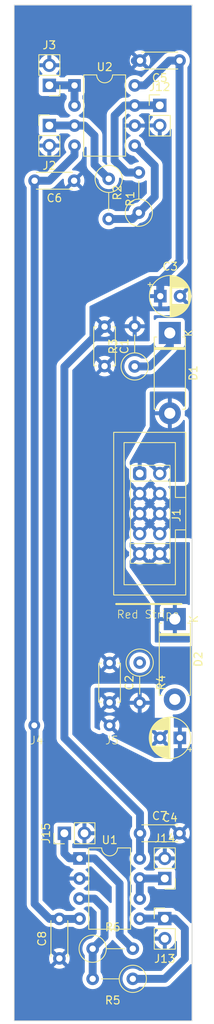
<source format=kicad_pcb>
(kicad_pcb (version 20221018) (generator pcbnew)
  (layers (0 "F.Cu" signal) (31 "B.Cu" signal) (34 "B.Paste" user) (35 "F.Paste" user) (36 "B.SilkS" user "B.Silkscreen") (37 "F.SilkS" user "F.Silkscreen") (38 "B.Mask" user) (39 "F.Mask" user) (44 "Edge.Cuts" user))
  (net 0 "")
  (net 1 "+12V")
  (net 2 "GND")
  (net 3 "-12V")
  (net 4 "Net-(D1-K)")
  (net 5 "+12_U")
  (net 6 "-12_U")
  (net 7 "Net-(D2-A)")
  (net 8 "OUT A")
  (net 9 "IN A")
  (net 10 "INV_OUT A")
  (net 11 "OUT B")
  (net 12 "INV_OUT B")
  (net 13 "IN B")
  (net 14 "Net-(U2B-+)")
  (net 15 "Net-(U1A-+)")
  (footprint "Package_DIP:DIP-8_W7.62mm" (layer "F.Cu") (at 33.03 29.22)
    (fp_text reference "U2" (at 3.81 -2.33) (layer "F.SilkS"))
    (fp_text value "TL072")
    (pad "1" thru_hole rect (at 0 0) (size 1.6 1.6) (drill 0.8) (layers "*.Cu" "*.Mask") (net 8 "OUT A"))
    (pad "2" thru_hole oval (at 0 2.54) (size 1.6 1.6) (drill 0.8) (layers "*.Cu" "*.Mask") (net 8 "OUT A"))
    (pad "3" thru_hole oval (at 0 5.08) (size 1.6 1.6) (drill 0.8) (layers "*.Cu" "*.Mask") (net 9 "IN A"))
    (pad "4" thru_hole oval (at 0 7.62) (size 1.6 1.6) (drill 0.8) (layers "*.Cu" "*.Mask") (net 3 "-12V"))
    (pad "5" thru_hole oval (at 7.62 7.62) (size 1.6 1.6) (drill 0.8) (layers "*.Cu" "*.Mask") (net 14 "Net-(U2B-+)"))
    (pad "6" thru_hole oval (at 7.62 5.08) (size 1.6 1.6) (drill 0.8) (layers "*.Cu" "*.Mask") (net 2 "GND"))
    (pad "7" thru_hole oval (at 7.62 2.54) (size 1.6 1.6) (drill 0.8) (layers "*.Cu" "*.Mask") (net 10 "INV_OUT A"))
    (pad "8" thru_hole oval (at 7.62 0) (size 1.6 1.6) (drill 0.8) (layers "*.Cu" "*.Mask") (net 1 "+12V"))
  )
  (footprint "Capacitor_THT:C_Disc_D4.3mm_W1.9mm_P5.00mm" (layer "F.Cu") (at 31.115 139.66 90)
    (fp_text reference "C8" (at 2.5 -2.2 90) (layer "F.SilkS"))
    (fp_text value "C")
    (pad "1" thru_hole circle (at 0 0 90) (size 1.6 1.6) (drill 0.8) (layers "*.Cu" "*.Mask") (net 2 "GND"))
    (pad "2" thru_hole circle (at 5 0 90) (size 1.6 1.6) (drill 0.8) (layers "*.Cu" "*.Mask") (net 3 "-12V"))
  )
  (footprint "My_Library:Eurorack Power (IDC p=2.54)_Stripe_copy" (layer "F.Cu") (at 42.115 78.315)
    (fp_text reference "J1" (at 3.81 5.28 90) (layer "F.SilkS"))
    (fp_text value "Eurorack Connector")
    (fp_text user "Red Stripe" (at -3.81 18.415 unlocked) (layer "F.SilkS") (effects (font (thickness 0.1)) (justify left bottom)))
    (pad "1" thru_hole roundrect (at -0.84 0 180) (size 1.7 1.7) (drill 1) (layers "*.Cu" "*.Mask") (net 5 "+12_U"))
    (pad "2" thru_hole circle (at 1.7 0 180) (size 1.7 1.7) (drill 1) (layers "*.Cu" "*.Mask") (net 5 "+12_U"))
    (pad "3" thru_hole circle (at -0.84 2.54 180) (size 1.7 1.7) (drill 1) (layers "*.Cu" "*.Mask") (net 2 "GND"))
    (pad "4" thru_hole circle (at 1.7 2.54 180) (size 1.7 1.7) (drill 1) (layers "*.Cu" "*.Mask") (net 2 "GND"))
    (pad "5" thru_hole circle (at -0.84 5.08 180) (size 1.7 1.7) (drill 1) (layers "*.Cu" "*.Mask") (net 2 "GND"))
    (pad "6" thru_hole circle (at 1.7 5.08 180) (size 1.7 1.7) (drill 1) (layers "*.Cu" "*.Mask") (net 2 "GND"))
    (pad "7" thru_hole circle (at -0.84 7.62 180) (size 1.7 1.7) (drill 1) (layers "*.Cu" "*.Mask") (net 2 "GND"))
    (pad "8" thru_hole circle (at 1.7 7.62 180) (size 1.7 1.7) (drill 1) (layers "*.Cu" "*.Mask") (net 2 "GND"))
    (pad "9" thru_hole circle (at -0.84 10.16 180) (size 1.7 1.7) (drill 1) (layers "*.Cu" "*.Mask") (net 6 "-12_U"))
    (pad "10" thru_hole circle (at 1.7 10.16 180) (size 1.7 1.7) (drill 1) (layers "*.Cu" "*.Mask") (net 6 "-12_U"))
  )
  (footprint "Capacitor_THT:CP_Radial_D5.0mm_P2.50mm" (layer "F.Cu") (at 43.879888 55.88)
    (fp_text reference "C3" (at 1.25 -3.75) (layer "F.SilkS"))
    (fp_text value "C_Polarized")
    (pad "1" thru_hole rect (at 0 0) (size 1.6 1.6) (drill 0.8) (layers "*.Cu" "*.Mask") (net 1 "+12V"))
    (pad "2" thru_hole circle (at 2.5 0) (size 1.6 1.6) (drill 0.8) (layers "*.Cu" "*.Mask") (net 2 "GND"))
  )
  (footprint "Capacitor_THT:CP_Radial_D5.0mm_P2.50mm" (layer "F.Cu") (at 46.355 111.76 180)
    (fp_text reference "C4" (at 1.25 -10.1) (layer "F.SilkS"))
    (fp_text value "C_Polarized")
    (pad "1" thru_hole rect (at 0 0 180) (size 1.6 1.6) (drill 0.8) (layers "*.Cu" "*.Mask") (net 2 "GND"))
    (pad "2" thru_hole circle (at 2.5 0 180) (size 1.6 1.6) (drill 0.8) (layers "*.Cu" "*.Mask") (net 3 "-12V"))
  )
  (footprint "Diode_THT:D_5W_P10.16mm_Horizontal" (layer "F.Cu") (at 45.72 96.73 -90)
    (fp_text reference "D2" (at 5.08 -2.97 -270) (layer "F.SilkS"))
    (fp_text value "D")
    (fp_text user "K" (at 0 -2.4 -270) (layer "F.SilkS"))
    (pad "1" thru_hole rect (at 0 0 270) (size 2.8 2.8) (drill 1.4) (layers "*.Cu" "*.Mask") (net 6 "-12_U"))
    (pad "2" thru_hole oval (at 10.16 0 270) (size 2.8 2.8) (drill 1.4) (layers "*.Cu" "*.Mask") (net 7 "Net-(D2-A)"))
  )
  (footprint "Capacitor_THT:C_Disc_D4.7mm_W2.5mm_P5.00mm" (layer "F.Cu") (at 37.465 102.275 -90)
    (fp_text reference "C2" (at 2.5 -2.5 90) (layer "F.SilkS"))
    (fp_text value "C")
    (pad "1" thru_hole circle (at 0 0 270) (size 1.6 1.6) (drill 0.8) (layers "*.Cu" "*.Mask") (net 2 "GND"))
    (pad "2" thru_hole circle (at 5 0 270) (size 1.6 1.6) (drill 0.8) (layers "*.Cu" "*.Mask") (net 3 "-12V"))
  )
  (footprint "Connector_PinHeader_2.54mm:PinHeader_1x02_P2.54mm_Vertical" (layer "F.Cu") (at 43.815 31.745)
    (fp_text reference "J12" (at 0 -2.33) (layer "F.SilkS"))
    (fp_text value "Conn_01x02_Pin")
    (pad "1" thru_hole rect (at 0 0) (size 1.7 1.7) (drill 1) (layers "*.Cu" "*.Mask") (net 10 "INV_OUT A"))
    (pad "2" thru_hole oval (at 0 2.54) (size 1.7 1.7) (drill 1) (layers "*.Cu" "*.Mask") (net 2 "GND"))
  )
  (footprint "Connector_PinHeader_2.54mm:PinHeader_1x02_P2.54mm_Vertical" (layer "F.Cu") (at 29.845 29.21 180)
    (fp_text reference "J3" (at 0 5.08) (layer "F.SilkS"))
    (fp_text value "Conn_01x02_Pin")
    (pad "1" thru_hole rect (at 0 0 180) (size 1.7 1.7) (drill 1) (layers "*.Cu" "*.Mask") (net 8 "OUT A"))
    (pad "2" thru_hole oval (at 0 2.54 180) (size 1.7 1.7) (drill 1) (layers "*.Cu" "*.Mask") (net 2 "GND"))
  )
  (footprint "Resistor_THT:R_Axial_DIN0309_L9.0mm_D3.2mm_P5.08mm_Vertical" (layer "F.Cu") (at 40.64 64.77 90)
    (fp_text reference "R3" (at 2.54 -2.72 90) (layer "F.SilkS"))
    (fp_text value "10R")
    (pad "1" thru_hole circle (at 0 0 90) (size 1.6 1.6) (drill 0.8) (layers "*.Cu" "*.Mask") (net 4 "Net-(D1-K)"))
    (pad "2" thru_hole oval (at 5.08 0 90) (size 1.6 1.6) (drill 0.8) (layers "*.Cu" "*.Mask") (net 1 "+12V"))
  )
  (footprint "Package_DIP:DIP-8_W7.62mm" (layer "F.Cu") (at 33.665 127.01)
    (fp_text reference "U1" (at 3.81 -2.33) (layer "F.SilkS"))
    (fp_text value "TL072")
    (pad "1" thru_hole rect (at 0 0) (size 1.6 1.6) (drill 0.8) (layers "*.Cu" "*.Mask") (net 12 "INV_OUT B"))
    (pad "2" thru_hole oval (at 0 2.54) (size 1.6 1.6) (drill 0.8) (layers "*.Cu" "*.Mask") (net 2 "GND"))
    (pad "3" thru_hole oval (at 0 5.08) (size 1.6 1.6) (drill 0.8) (layers "*.Cu" "*.Mask") (net 15 "Net-(U1A-+)"))
    (pad "4" thru_hole oval (at 0 7.62) (size 1.6 1.6) (drill 0.8) (layers "*.Cu" "*.Mask") (net 3 "-12V"))
    (pad "5" thru_hole oval (at 7.62 7.62) (size 1.6 1.6) (drill 0.8) (layers "*.Cu" "*.Mask") (net 13 "IN B"))
    (pad "6" thru_hole oval (at 7.62 5.08) (size 1.6 1.6) (drill 0.8) (layers "*.Cu" "*.Mask") (net 11 "OUT B"))
    (pad "7" thru_hole oval (at 7.62 2.54) (size 1.6 1.6) (drill 0.8) (layers "*.Cu" "*.Mask") (net 11 "OUT B"))
    (pad "8" thru_hole oval (at 7.62 0) (size 1.6 1.6) (drill 0.8) (layers "*.Cu" "*.Mask") (net 1 "+12V"))
  )
  (footprint "Diode_THT:D_5W_P10.16mm_Horizontal" (layer "F.Cu") (at 45.085 60.535 -90)
    (fp_text reference "D1" (at 5.08 -2.97 90) (layer "F.SilkS"))
    (fp_text value "D")
    (fp_text user "K" (at 0 -2.4 90) (layer "F.SilkS"))
    (pad "1" thru_hole rect (at 0 0 270) (size 2.8 2.8) (drill 1.4) (layers "*.Cu" "*.Mask") (net 4 "Net-(D1-K)"))
    (pad "2" thru_hole oval (at 10.16 0 270) (size 2.8 2.8) (drill 1.4) (layers "*.Cu" "*.Mask") (net 5 "+12_U"))
  )
  (footprint "Capacitor_THT:C_Disc_D4.3mm_W1.9mm_P5.00mm" (layer "F.Cu") (at 41.315 123.825)
    (fp_text reference "C7" (at 2.5 -2.2) (layer "F.SilkS"))
    (fp_text value "C")
    (pad "1" thru_hole circle (at 0 0) (size 1.6 1.6) (drill 0.8) (layers "*.Cu" "*.Mask") (net 1 "+12V"))
    (pad "2" thru_hole circle (at 5 0) (size 1.6 1.6) (drill 0.8) (layers "*.Cu" "*.Mask") (net 2 "GND"))
  )
  (footprint "Capacitor_THT:C_Disc_D4.7mm_W2.5mm_P5.00mm" (layer "F.Cu") (at 36.83 59.73 -90)
    (fp_text reference "C1" (at 2.5 -2.5 90) (layer "F.SilkS"))
    (fp_text value "C")
    (pad "1" thru_hole circle (at 0 0 270) (size 1.6 1.6) (drill 0.8) (layers "*.Cu" "*.Mask") (net 1 "+12V"))
    (pad "2" thru_hole circle (at 5 0 270) (size 1.6 1.6) (drill 0.8) (layers "*.Cu" "*.Mask") (net 2 "GND"))
  )
  (footprint "Connector_PinHeader_2.54mm:PinHeader_1x02_P2.54mm_Vertical" (layer "F.Cu") (at 31.745 123.825 90)
    (fp_text reference "J15" (at 0 -2.33 90) (layer "F.SilkS"))
    (fp_text value "Conn_01x02_Pin")
    (pad "1" thru_hole rect (at 0 0 90) (size 1.7 1.7) (drill 1) (layers "*.Cu" "*.Mask") (net 12 "INV_OUT B"))
    (pad "2" thru_hole oval (at 0 2.54 90) (size 1.7 1.7) (drill 1) (layers "*.Cu" "*.Mask") (net 2 "GND"))
  )
  (footprint "Capacitor_THT:C_Disc_D4.3mm_W1.9mm_P5.00mm" (layer "F.Cu") (at 32.98 41.275 180)
    (fp_text reference "C6" (at 2.5 -2.2) (layer "F.SilkS"))
    (fp_text value "C")
    (pad "1" thru_hole circle (at 0 0 180) (size 1.6 1.6) (drill 0.8) (layers "*.Cu" "*.Mask") (net 2 "GND"))
    (pad "2" thru_hole circle (at 5 0 180) (size 1.6 1.6) (drill 0.8) (layers "*.Cu" "*.Mask") (net 3 "-12V"))
  )
  (footprint "Resistor_THT:R_Axial_DIN0309_L9.0mm_D3.2mm_P5.08mm_Vertical" (layer "F.Cu") (at 37.355 41.04 -90)
    (fp_text reference "R1" (at 2.54 -2.72 90) (layer "F.SilkS"))
    (fp_text value "1k")
    (pad "1" thru_hole circle (at 0 0 270) (size 1.6 1.6) (drill 0.8) (layers "*.Cu" "*.Mask") (net 9 "IN A"))
    (pad "2" thru_hole oval (at 5.08 0 270) (size 1.6 1.6) (drill 0.8) (layers "*.Cu" "*.Mask") (net 14 "Net-(U2B-+)"))
  )
  (footprint "My_Library:Jumper Wire Hole" (layer "F.Cu") (at 28.24 112.575)
    (fp_text reference "J4" (at 0 -0.5 unlocked) (layer "F.SilkS") (effects (font (thickness 0.1))))
    (fp_text value "Jumper")
    (pad "1" thru_hole circle (at -0.3 -2.4) (size 1.5 1.5) (drill 0.75) (layers "*.Cu" "*.Mask") (net 3 "-12V"))
  )
  (footprint "Resistor_THT:R_Axial_DIN0309_L9.0mm_D3.2mm_P5.08mm_Vertical" (layer "F.Cu") (at 41.165 45.32 90)
    (fp_text reference "R2" (at 2.54 -2.72 90) (layer "F.SilkS"))
    (fp_text value "1k")
    (pad "1" thru_hole circle (at 0 0 90) (size 1.6 1.6) (drill 0.8) (layers "*.Cu" "*.Mask") (net 14 "Net-(U2B-+)"))
    (pad "2" thru_hole oval (at 5.08 0 90) (size 1.6 1.6) (drill 0.8) (layers "*.Cu" "*.Mask") (net 10 "INV_OUT A"))
  )
  (footprint "Connector_PinHeader_2.54mm:PinHeader_1x02_P2.54mm_Vertical" (layer "F.Cu") (at 44.45 129.545 180)
    (fp_text reference "J14" (at 0 5.08) (layer "F.SilkS"))
    (fp_text value "Conn_01x02_Pin")
    (pad "1" thru_hole rect (at 0 0 180) (size 1.7 1.7) (drill 1) (layers "*.Cu" "*.Mask") (net 11 "OUT B"))
    (pad "2" thru_hole oval (at 0 2.54 180) (size 1.7 1.7) (drill 1) (layers "*.Cu" "*.Mask") (net 2 "GND"))
  )
  (footprint "Resistor_THT:R_Axial_DIN0309_L9.0mm_D3.2mm_P5.08mm_Vertical" (layer "F.Cu") (at 40.405 142.24 180)
    (fp_text reference "R5" (at 2.54 -2.72) (layer "F.SilkS"))
    (fp_text value "1k")
    (pad "1" thru_hole circle (at 0 0 180) (size 1.6 1.6) (drill 0.8) (layers "*.Cu" "*.Mask") (net 13 "IN B"))
    (pad "2" thru_hole oval (at 5.08 0 180) (size 1.6 1.6) (drill 0.8) (layers "*.Cu" "*.Mask") (net 15 "Net-(U1A-+)"))
  )
  (footprint "My_Library:Jumper Wire Hole" (layer "F.Cu") (at 37.765 112.575)
    (fp_text reference "J5" (at 0 -0.5 unlocked) (layer "F.SilkS") (effects (font (thickness 0.1))))
    (fp_text value "Jumper")
    (pad "1" thru_hole circle (at -0.3 -2.4) (size 1.5 1.5) (drill 0.75) (layers "*.Cu" "*.Mask") (net 3 "-12V"))
  )
  (footprint "Resistor_THT:R_Axial_DIN0309_L9.0mm_D3.2mm_P5.08mm_Vertical" (layer "F.Cu") (at 35.325 138.43)
    (fp_text reference "R6" (at 2.54 -2.72) (layer "F.SilkS"))
    (fp_text value "1k")
    (pad "1" thru_hole circle (at 0 0) (size 1.6 1.6) (drill 0.8) (layers "*.Cu" "*.Mask") (net 15 "Net-(U1A-+)"))
    (pad "2" thru_hole oval (at 5.08 0) (size 1.6 1.6) (drill 0.8) (layers "*.Cu" "*.Mask") (net 12 "INV_OUT B"))
  )
  (footprint "Resistor_THT:R_Axial_DIN0309_L9.0mm_D3.2mm_P5.08mm_Vertical" (layer "F.Cu") (at 41.275 102.235 -90)
    (fp_text reference "R4" (at 2.54 -2.72 90) (layer "F.SilkS"))
    (fp_text value "10R")
    (pad "1" thru_hole circle (at 0 0 270) (size 1.6 1.6) (drill 0.8) (layers "*.Cu" "*.Mask") (net 7 "Net-(D2-A)"))
    (pad "2" thru_hole oval (at 5.08 0 270) (size 1.6 1.6) (drill 0.8) (layers "*.Cu" "*.Mask") (net 3 "-12V"))
  )
  (footprint "Connector_PinHeader_2.54mm:PinHeader_1x02_P2.54mm_Vertical" (layer "F.Cu") (at 29.845 34.29)
    (fp_text reference "J2" (at 0 5.08) (layer "F.SilkS"))
    (fp_text value "Conn_01x02_Pin")
    (pad "1" thru_hole rect (at 0 0) (size 1.7 1.7) (drill 1) (layers "*.Cu" "*.Mask") (net 9 "IN A"))
    (pad "2" thru_hole oval (at 0 2.54) (size 1.7 1.7) (drill 1) (layers "*.Cu" "*.Mask") (net 2 "GND"))
  )
  (footprint "Capacitor_THT:C_Disc_D4.3mm_W1.9mm_P5.00mm" (layer "F.Cu") (at 46.315 26.075 180)
    (fp_text reference "C5" (at 2.5 -2.2) (layer "F.SilkS"))
    (fp_text value "C")
    (pad "1" thru_hole circle (at 0 0 180) (size 1.6 1.6) (drill 0.8) (layers "*.Cu" "*.Mask") (net 1 "+12V"))
    (pad "2" thru_hole circle (at 5 0 180) (size 1.6 1.6) (drill 0.8) (layers "*.Cu" "*.Mask") (net 2 "GND"))
  )
  (footprint "Connector_PinHeader_2.54mm:PinHeader_1x02_P2.54mm_Vertical" (layer "F.Cu") (at 44.45 134.615)
    (fp_text reference "J13" (at 0 5.085) (layer "F.SilkS"))
    (fp_text value "Conn_01x02_Pin")
    (pad "1" thru_hole rect (at 0 0) (size 1.7 1.7) (drill 1) (layers "*.Cu" "*.Mask") (net 13 "IN B"))
    (pad "2" thru_hole oval (at 0 2.54) (size 1.7 1.7) (drill 1) (layers "*.Cu" "*.Mask") (net 2 "GND"))
  )
  (gr_rect locked (start 25.4 19.05) (end 47.9 147.55) (stroke (width 0.1)) (fill none) (layer "Edge.Cuts"))
  (segment (start 46.315 51.395) (end 46.315 26.075) (width 1) (layer "B.Cu") (net 1))
  (segment (start 46.355 51.435) (end 46.315 51.395) (width 1) (layer "B.Cu") (net 1))
  (segment (start 43.879888 55.88) (end 43.879888 53.910112) (width 1) (layer "B.Cu") (net 1))
  (segment (start 41.315 126.98) (end 41.285 127.01) (width 1) (layer "B.Cu") (net 1))
  (segment (start 31.75 111.76) (end 31.75 64.81) (width 1) (layer "B.Cu") (net 1))
  (segment (start 41.315 123.825) (end 41.315 121.325) (width 1) (layer "B.Cu") (net 1))
  (segment (start 41.315 123.825) (end 41.315 126.98) (width 1) (layer "B.Cu") (net 1))
  (segment (start 45.045 26.075) (end 41.9 29.22) (width 1) (layer "B.Cu") (net 1))
  (segment (start 41.9 29.22) (end 40.65 29.22) (width 1) (layer "B.Cu") (net 1))
  (segment (start 31.75 64.81) (end 36.83 59.73) (width 1) (layer "B.Cu") (net 1))
  (segment (start 46.315 26.075) (end 45.045 26.075) (width 1) (layer "B.Cu") (net 1))
  (segment (start 41.315 121.325) (end 31.75 111.76) (width 1) (layer "B.Cu") (net 1))
  (segment (start 43.879888 53.910112) (end 46.355 51.435) (width 1) (layer "B.Cu") (net 1))
  (segment (start 40.65 26.105) (end 40.68 26.075) (width 1) (layer "B.Cu") (net 2))
  (segment (start 31.115 134.66) (end 33.635 134.66) (width 1) (layer "B.Cu") (net 3))
  (segment (start 27.98 132.755) (end 27.98 41.275) (width 1) (layer "B.Cu") (net 3))
  (segment (start 29.885 134.66) (end 27.98 132.755) (width 1) (layer "B.Cu") (net 3))
  (segment (start 33.635 134.66) (end 33.665 134.63) (width 1) (layer "B.Cu") (net 3))
  (segment (start 31.115 134.66) (end 29.885 134.66) (width 1) (layer "B.Cu") (net 3))
  (segment (start 27.98 41.275) (end 29.845 41.275) (width 1) (layer "B.Cu") (net 3))
  (segment (start 29.845 41.275) (end 33.03 38.09) (width 1) (layer "B.Cu") (net 3))
  (segment (start 33.03 38.09) (end 33.03 36.84) (width 1) (layer "B.Cu") (net 3))
  (segment (start 45.085 62.23) (end 45.085 60.535) (width 1) (layer "B.Cu") (net 4))
  (segment (start 40.64 64.77) (end 42.545 64.77) (width 1) (layer "B.Cu") (net 4))
  (segment (start 42.545 64.77) (end 45.085 62.23) (width 1) (layer "B.Cu") (net 4))
  (segment (start 33.03 31.76) (end 33.03 29.22) (width 1) (layer "B.Cu") (net 8))
  (segment (start 29.845 29.21) (end 33.02 29.21) (width 1) (layer "B.Cu") (net 8))
  (segment (start 33.02 29.21) (end 33.03 29.22) (width 1) (layer "B.Cu") (net 8))
  (segment (start 29.845 34.29) (end 33.02 34.29) (width 1) (layer "B.Cu") (net 9))
  (segment (start 33.02 34.29) (end 33.03 34.3) (width 1) (layer "B.Cu") (net 9))
  (segment (start 35.56 35.56) (end 34.3 34.3) (width 1) (layer "B.Cu") (net 9))
  (segment (start 35.56 39.245) (end 35.56 35.56) (width 1) (layer "B.Cu") (net 9))
  (segment (start 37.355 41.04) (end 35.56 39.245) (width 1) (layer "B.Cu") (net 9))
  (segment (start 34.3 34.3) (end 33.03 34.3) (width 1) (layer "B.Cu") (net 9))
  (segment (start 39.36 31.76) (end 40.65 31.76) (width 1) (layer "B.Cu") (net 10))
  (segment (start 40.665 31.745) (end 40.65 31.76) (width 1) (layer "B.Cu") (net 10))
  (segment (start 41.165 40.24) (end 39.605 40.24) (width 1) (layer "B.Cu") (net 10))
  (segment (start 39.605 40.24) (end 38.1 38.735) (width 1) (layer "B.Cu") (net 10))
  (segment (start 38.1 33.02) (end 39.36 31.76) (width 1) (layer "B.Cu") (net 10))
  (segment (start 38.1 38.735) (end 38.1 33.02) (width 1) (layer "B.Cu") (net 10))
  (segment (start 43.815 31.745) (end 40.665 31.745) (width 1) (layer "B.Cu") (net 10))
  (segment (start 41.29 129.545) (end 41.285 129.55) (width 1) (layer "B.Cu") (net 11))
  (segment (start 41.285 129.55) (end 41.285 132.09) (width 1) (layer "B.Cu") (net 11))
  (segment (start 44.45 129.545) (end 41.29 129.545) (width 1) (layer "B.Cu") (net 11))
  (segment (start 32.385 127) (end 31.745 126.36) (width 1) (layer "B.Cu") (net 12))
  (segment (start 31.745 126.36) (end 31.745 123.825) (width 1) (layer "B.Cu") (net 12))
  (segment (start 33.655 127) (end 33.665 127.01) (width 1) (layer "B.Cu") (net 12))
  (segment (start 33.655 127) (end 32.385 127) (width 1) (layer "B.Cu") (net 12))
  (segment (start 35.57 127.01) (end 33.665 127.01) (width 1) (layer "B.Cu") (net 12))
  (segment (start 38.735 130.175) (end 35.57 127.01) (width 1) (layer "B.Cu") (net 12))
  (segment (start 38.735 136.76) (end 38.735 130.175) (width 1) (layer "B.Cu") (net 12))
  (segment (start 40.405 138.43) (end 38.735 136.76) (width 1) (layer "B.Cu") (net 12))
  (segment (start 44.45 134.615) (end 41.3 134.615) (width 1) (layer "B.Cu") (net 13))
  (segment (start 40.405 142.24) (end 44.45 142.24) (width 1) (layer "B.Cu") (net 13))
  (segment (start 41.3 134.615) (end 41.285 134.63) (width 1) (layer "B.Cu") (net 13))
  (segment (start 46.99 139.7) (end 46.99 135.89) (width 1) (layer "B.Cu") (net 13))
  (segment (start 44.45 142.24) (end 46.99 139.7) (width 1) (layer "B.Cu") (net 13))
  (segment (start 45.715 134.615) (end 44.45 134.615) (width 1) (layer "B.Cu") (net 13))
  (segment (start 46.99 135.89) (end 45.715 134.615) (width 1) (layer "B.Cu") (net 13))
  (segment (start 43.18 43.305) (end 41.165 45.32) (width 1) (layer "B.Cu") (net 14))
  (segment (start 43.18 39.37) (end 43.18 43.305) (width 1) (layer "B.Cu") (net 14))
  (segment (start 40.365 46.12) (end 41.165 45.32) (width 1) (layer "B.Cu") (net 14))
  (segment (start 40.65 36.84) (end 43.18 39.37) (width 1) (layer "B.Cu") (net 14))
  (segment (start 37.355 46.12) (end 40.365 46.12) (width 1) (layer "B.Cu") (net 14))
  (segment (start 40.64 36.85) (end 40.65 36.84) (width 1) (layer "B.Cu") (net 14))
  (segment (start 35.57 132.09) (end 33.665 132.09) (width 1) (layer "B.Cu") (net 15))
  (segment (start 36.83 136.925) (end 36.83 133.35) (width 1) (layer "B.Cu") (net 15))
  (segment (start 36.83 133.35) (end 35.57 132.09) (width 1) (layer "B.Cu") (net 15))
  (segment (start 35.325 138.43) (end 36.83 136.925) (width 1) (layer "B.Cu") (net 15))
  (segment (start 35.325 138.43) (end 35.325 142.24) (width 1) (layer "B.Cu") (net 15))
  (zone (net 5) (net_name "+12_U") (layer "B.Cu") (priority 1) (connect_pads (clearance 0.5)) (min_thickness 0.25) (fill yes (thermal_gap 0.5) (thermal_bridge_width 0.5))
    (polygon (pts (xy 42.545 67.945) (xy 46.99 67.945) (xy 46.99 79.375) (xy 40.005 79.375) (xy 40.005 76.835) (xy 42.545 72.39)))
  )
  (zone (net 1) (net_name "+12V") (layer "B.Cu") (priority 3) (connect_pads (clearance 0.5)) (min_thickness 0.25) (fill yes (thermal_gap 0.5) (thermal_bridge_width 0.5))
    (polygon (pts (xy 34.925 61.595) (xy 34.925 57.15) (xy 42.545 53.34) (xy 45.085 53.34) (xy 45.085 57.785) (xy 42.545 57.785) (xy 42.545 61.595)))
  )
  (zone (net 6) (net_name "-12_U") (layer "B.Cu") (priority 2) (connect_pads (clearance 0.5)) (min_thickness 0.25) (fill yes (thermal_gap 0.5) (thermal_bridge_width 0.5))
    (polygon (pts (xy 40.005 86.995) (xy 47.625 86.995) (xy 47.625 94.615) (xy 47.625 99.695) (xy 43.18 99.695) (xy 43.18 94.615) (xy 40.005 90.17)))
  )
  (zone (net 2) (net_name "GND") (layer "B.Cu") (connect_pads (clearance 0.5)) (min_thickness 0.25) (fill yes (thermal_gap 0.5) (thermal_bridge_width 0.5))
    (polygon (pts (xy 48.26 18.415) (xy 24.765 18.415) (xy 24.765 147.955) (xy 48.26 147.955)))
  )
  (zone (net 3) (net_name "-12V") (layer "B.Cu") (priority 4) (connect_pads (clearance 0.5)) (min_thickness 0.25) (fill yes (thermal_gap 0.5) (thermal_bridge_width 0.5))
    (polygon (pts (xy 35.56 105.41) (xy 35.56 110.49) (xy 43.18 114.3) (xy 45.085 114.3) (xy 45.085 109.22) (xy 43.18 109.22) (xy 43.18 105.41)))
  )
)
</source>
